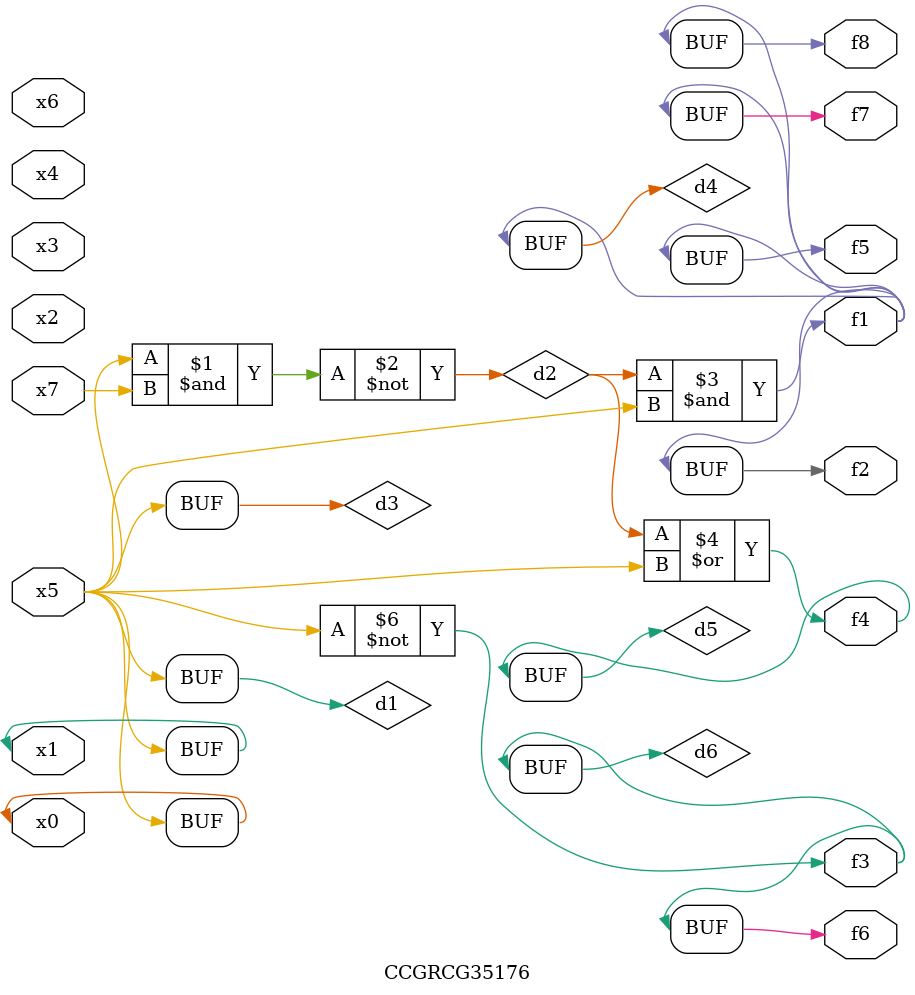
<source format=v>
module CCGRCG35176(
	input x0, x1, x2, x3, x4, x5, x6, x7,
	output f1, f2, f3, f4, f5, f6, f7, f8
);

	wire d1, d2, d3, d4, d5, d6;

	buf (d1, x0, x5);
	nand (d2, x5, x7);
	buf (d3, x0, x1);
	and (d4, d2, d3);
	or (d5, d2, d3);
	nor (d6, d1, d3);
	assign f1 = d4;
	assign f2 = d4;
	assign f3 = d6;
	assign f4 = d5;
	assign f5 = d4;
	assign f6 = d6;
	assign f7 = d4;
	assign f8 = d4;
endmodule

</source>
